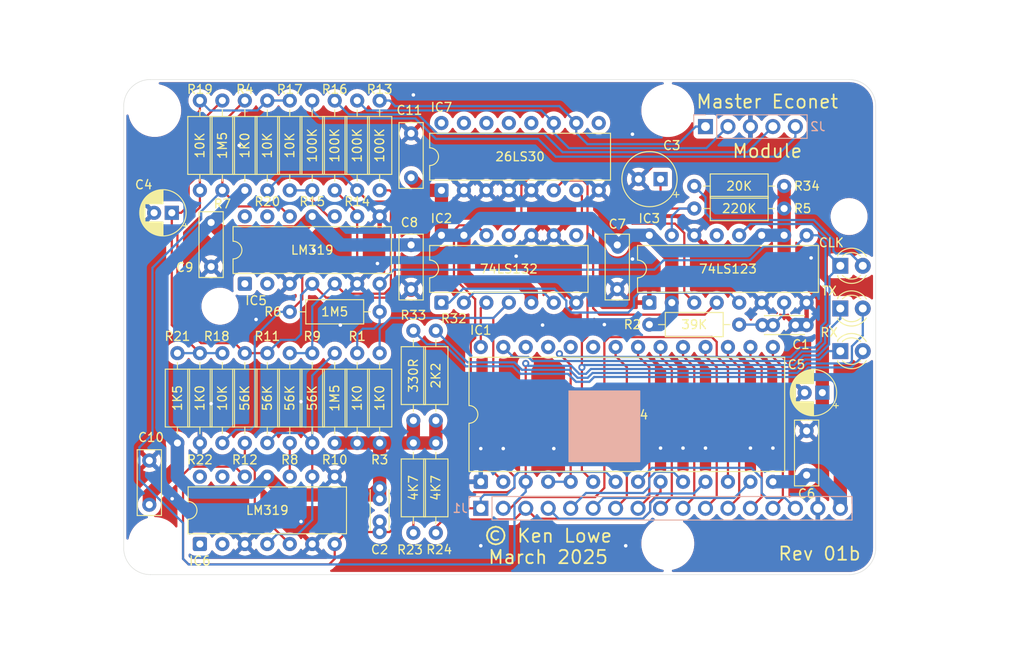
<source format=kicad_pcb>
(kicad_pcb (version 20241229) (generator "pcbnew") (generator_version "9.0")
  (title_block (title "Econet Module") (date "2025-03-17") (rev "01b") (company "Ken Lowe") (comment 1 "Rev 01: Initial Release") (comment 2 "Rev 01a: Correction to silkscreen") (comment 3 "Rev 01b: Added data activity and clock LEDs"))
  (layers (0 "F.Cu" signal) (2 "B.Cu" signal) (13 "F.Paste" user) (15 "B.Paste" user) (5 "F.SilkS" user "F.Silkscreen") (7 "B.SilkS" user "B.Silkscreen") (1 "F.Mask" user) (3 "B.Mask" user) (25 "Edge.Cuts" user))
  (net 0 "")
  (net 1 "GND")
  (net 2 "/Data-")
  (net 3 "/Data+")
  (net 4 "+5V")
  (net 5 "/Econet_ADLC")
  (net 6 "/Econet_Clock")
  (net 7 "Net-(IC2-Pad2)")
  (net 8 "/Econet_D0")
  (net 9 "/Econet_D1")
  (net 10 "/Econet_D2")
  (net 11 "/Econet_D3")
  (net 12 "/Econet_D4")
  (net 13 "/Econet_D5")
  (net 14 "/Econet_D6")
  (net 15 "/Econet_D7")
  (net 16 "/Econet_A0")
  (net 17 "/Econet_A1")
  (net 18 "/Econet_RnW")
  (net 19 "/Econet_nRST")
  (net 20 "/Econet_IRQ")
  (net 21 "/Clk-")
  (net 22 "/Clk+")
  (net 25 "Net-(IC1-~{RTS})")
  (net 26 "Net-(C2-Pad2)")
  (net 27 "Net-(IC1-Rx_CLK)")
  (net 28 "Net-(IC1-~{CTS})")
  (net 31 "Net-(IC3A-Clr)")
  (net 32 "Net-(IC3B-Q)")
  (net 34 "Net-(IC3A-~{Q})")
  (net 36 "Net-(IC5B--)")
  (net 37 "Net-(IC5B-+)")
  (net 38 "Net-(IC5A--)")
  (net 43 "Net-(IC5A-+)")
  (net 45 "Net-(C4-Pad1)")
  (net 47 "Net-(IC6A--)")
  (net 49 "Net-(IC6A-+)")
  (net 51 "Net-(IC6B--)")
  (net 58 "Net-(IC3B-RCext)")
  (net 59 "/Tx_Data")
  (net 60 "/Rx_Data")
  (net 61 "/Econet_Clk")
  (net 62 "Net-(LED1-A)")
  (net 63 "Net-(LED2-A)")
  (net 64 "Net-(LED3-A)")
  (net 65 "Net-(IC3A-RCext)")
  (footprint "Resistor_THT:R_Axial_DIN0207_L6.3mm_D2.5mm_P10.16mm_Horizontal" (layer "F.Cu") (at 125.675 121.355 90)
    (property "Reference" "R1")
    (property "Value" "1K0")
  )
  (footprint "Resistor_THT:R_Axial_DIN0207_L6.3mm_D2.5mm_P10.16mm_Horizontal" (layer "F.Cu") (at 158.695 107.965)
    (property "Reference" "R2")
    (property "Value" "39K")
  )
  (footprint "Resistor_THT:R_Axial_DIN0207_L6.3mm_D2.5mm_P10.16mm_Horizontal" (layer "F.Cu") (at 112.975 92.78 90)
    (property "Reference" "R4")
    (property "Value" "1K0")
  )
  (footprint "Resistor_THT:R_Axial_DIN0207_L6.3mm_D2.5mm_P10.16mm_Horizontal" (layer "F.Cu") (at 118.055 111.195 -90)
    (property "Reference" "R8")
    (property "Value" "56K")
  )
  (footprint "Resistor_THT:R_Axial_DIN0207_L6.3mm_D2.5mm_P10.16mm_Horizontal" (layer "F.Cu") (at 120.595 111.195 -90)
    (property "Reference" "R9")
    (property "Value" "56K")
  )
  (footprint "Resistor_THT:R_Axial_DIN0207_L6.3mm_D2.5mm_P10.16mm_Horizontal" (layer "F.Cu") (at 123.135 111.195 -90)
    (property "Reference" "R10")
    (property "Value" "1M5")
  )
  (footprint "Resistor_THT:R_Axial_DIN0207_L6.3mm_D2.5mm_P10.16mm_Horizontal" (layer "F.Cu") (at 115.515 111.195 -90)
    (property "Reference" "R11")
    (property "Value" "56K")
  )
  (footprint "Resistor_THT:R_Axial_DIN0207_L6.3mm_D2.5mm_P10.16mm_Horizontal" (layer "F.Cu") (at 112.975 111.195 -90)
    (property "Reference" "R12")
    (property "Value" "56K")
  )
  (footprint "Resistor_THT:R_Axial_DIN0207_L6.3mm_D2.5mm_P10.16mm_Horizontal" (layer "F.Cu") (at 128.215 82.62 -90)
    (property "Reference" "R13")
    (property "Value" "100K")
  )
  (footprint "Resistor_THT:R_Axial_DIN0207_L6.3mm_D2.5mm_P10.16mm_Horizontal" (layer "F.Cu") (at 125.675 82.62 -90)
    (property "Reference" "R14")
    (property "Value" "100K")
  )
  (footprint "Resistor_THT:R_Axial_DIN0207_L6.3mm_D2.5mm_P10.16mm_Horizontal" (layer "F.Cu") (at 120.595 82.62 -90)
    (property "Reference" "R15")
    (property "Value" "100K")
  )
  (footprint "Resistor_THT:R_Axial_DIN0207_L6.3mm_D2.5mm_P10.16mm_Horizontal" (layer "F.Cu") (at 123.135 82.62 -90)
    (property "Reference" "R16")
    (property "Value" "100K")
  )
  (footprint "Resistor_THT:R_Axial_DIN0207_L6.3mm_D2.5mm_P10.16mm_Horizontal" (layer "F.Cu") (at 118.055 82.62 -90)
    (property "Reference" "R17")
    (property "Value" "10K")
  )
  (footprint "Resistor_THT:R_Axial_DIN0207_L6.3mm_D2.5mm_P10.16mm_Horizontal" (layer "F.Cu") (at 110.435 111.195 -90)
    (property "Reference" "R18")
    (property "Value" "10K")
  )
  (footprint "Resistor_THT:R_Axial_DIN0207_L6.3mm_D2.5mm_P10.16mm_Horizontal" (layer "F.Cu") (at 115.515 82.62 -90)
    (property "Reference" "R20")
    (property "Value" "10K")
  )
  (footprint "Resistor_THT:R_Axial_DIN0207_L6.3mm_D2.5mm_P10.16mm_Horizontal" (layer "F.Cu") (at 107.895 111.195 -90)
    (property "Reference" "R22")
    (property "Value" "1K0")
  )
  (footprint "Capacitor_THT:C_Rect_L7.2mm_W2.5mm_P5.00mm_FKS2_FKP2_MKS2_MKP2" (layer "F.Cu") (at 176.475 124.99 90)
    (property "Reference" "C6")
    (property "Value" "47nF")
  )
  (footprint "Capacitor_THT:C_Rect_L7.2mm_W2.5mm_P5.00mm_FKS2_FKP2_MKS2_MKP2" (layer "F.Cu") (at 109.165 96.415 -90)
    (property "Reference" "C9")
    (property "Value" "47nF")
  )
  (footprint "Capacitor_THT:C_Rect_L7.2mm_W2.5mm_P5.00mm_FKS2_FKP2_MKS2_MKP2" (layer "F.Cu") (at 131.771 98.955 -90)
    (property "Reference" "C8")
    (property "Value" "47nF")
  )
  (footprint "Capacitor_THT:CP_Radial_D5.0mm_P2.00mm" (layer "F.Cu") (at 104.72 95.32 180)
    (property "Reference" "C4")
    (property "Value" "10uF")
  )
  (footprint "MountingHole:MountingHole_2.7mm" (layer "F.Cu") (at 102.785 83.745)
    (property "Reference" "H1" (hide yes))
    (property "Value" "MountingHole")
  )
  (footprint "Resistor_THT:R_Axial_DIN0207_L6.3mm_D2.5mm_P10.16mm_Horizontal" (layer "F.Cu") (at 105.355 121.355 90)
    (property "Reference" "R21")
    (property "Value" "1K5")
  )
  (footprint "Resistor_THT:R_Axial_DIN0207_L6.3mm_D2.5mm_P10.16mm_Horizontal" (layer "F.Cu") (at 128.215 121.355 90)
    (property "Reference" "R3")
    (property "Value" "1K0")
  )
  (footprint "MountingHole:MountingHole_2.7mm" (layer "F.Cu") (at 102.785 132.745)
    (property "Reference" "H3" (hide yes))
    (property "Value" "MountingHole")
  )
  (footprint "MountingHole:MountingHole_2.7mm" (layer "F.Cu") (at 160.785 132.745)
    (property "Reference" "H4" (hide yes))
    (property "Value" "MountingHole")
  )
  (footprint "MountingHole:MountingHole_4mm" (layer "F.Cu") (at 110.165 105.885)
    (property "Reference" "H5" (hide yes))
    (property "Value" "MountingHole")
  )
  (footprint "MountingHole:MountingHole_4mm" (layer "F.Cu") (at 181.275 95.745)
    (property "Reference" "H6" (hide yes))
    (property "Value" "MountingHole")
  )
  (footprint "MountingHole:MountingHole_2.7mm" (layer "F.Cu") (at 160.785 83.745)
    (property "Reference" "H2" (hide yes))
    (property "Value" "MountingHole")
  )
  (footprint "Capacitor_THT:C_Rect_L7.2mm_W2.5mm_P5.00mm_FKS2_FKP2_MKS2_MKP2" (layer "F.Cu") (at 131.771 91.335 90)
    (property "Reference" "C11")
    (property "Value" "47nF")
  )
  (footprint "Capacitor_THT:C_Rect_L7.2mm_W2.5mm_P5.00mm_FKS2_FKP2_MKS2_MKP2" (layer "F.Cu") (at 102.18 128.34 90)
    (property "Reference" "C10")
    (property "Value" "47nF")
  )
  (footprint "Resistor_THT:R_Axial_DIN0207_L6.3mm_D2.5mm_P10.16mm_Horizontal" (layer "F.Cu") (at 107.895 82.62 -90)
    (property "Reference" "R19")
    (property "Value" "10K")
  )
  (footprint "Resistor_THT:R_Axial_DIN0207_L6.3mm_D2.5mm_P10.16mm_Horizontal" (layer "F.Cu") (at 110.435 82.62 -90)
    (property "Reference" "R7")
    (property "Value" "1M5")
  )
  (footprint "Package_DIP:DIP-28_W15.24mm" (layer "F.Cu") (at 139.645 125.745 90)
    (property "Reference" "IC1")
    (property "Value" "68B54")
  )
  (footprint "Package_DIP:DIP-14_W7.62mm" (layer "F.Cu") (at 112.975 103.345 90)
    (property "Reference" "IC5")
    (property "Value" "LM319")
  )
  (footprint "Package_DIP:DIP-14_W7.62mm" (layer "F.Cu") (at 107.895 132.785 90)
    (property "Reference" "IC6")
    (property "Value" "LM319")
  )
  (footprint "Resistor_THT:R_Axial_DIN0207_L6.3mm_D2.5mm_P10.16mm_Horizontal" (layer "F.Cu") (at 134.565 121.355 -90)
    (property "Reference" "R24")
    (property "Value" "4K7")
  )
  (footprint "Resistor_THT:R_Axial_DIN0207_L6.3mm_D2.5mm_P10.16mm_Horizontal" (layer "F.Cu") (at 132.025 121.355 -90)
    (property "Reference" "R23")
    (property "Value" "4K7")
  )
  (footprint "Package_DIP:DIP-14_W7.62mm" (layer "F.Cu") (at 135.2 105.48 90)
    (property "Reference" "IC2")
    (property "Value" "74LS132")
  )
  (footprint "Capacitor_THT:C_Rect_L7.2mm_W2.5mm_P5.00mm_FKS2_FKP2_MKS2_MKP2" (layer "F.Cu") (at 155.075 98.955 -90)
    (property "Reference" "C7")
    (property "Value" "47nF")
  )
  (footprint "Capacitor_THT:CP_Radial_D5.0mm_P2.00mm" (layer "F.Cu") (at 178.253 115.664 180)
    (property "Reference" "C5")
    (property "Value" "100uF")
  )
  (footprint "Resistor_THT:R_Axial_DIN0207_L6.3mm_D2.5mm_P10.16mm_Horizontal" (layer "F.Cu") (at 163.775 94.836)
    (property "Reference" "R5")
    (property "Value" "220K")
  )
  (footprint "Package_DIP:DIP-16_W7.62mm" (layer "F.Cu") (at 158.695 105.48 90)
    (property "Reference" "IC3")
    (property "Value" "74LS123")
  )
  (footprint "EconetClockV1:C_Disc_D4.3mm_W1.9mm_P5.00mm" (layer "F.Cu") (at 176.475 108.02 180)
    (property "Reference" "C1")
    (property "Value" "2n2")
  )
  (footprint "EconetClockV1:C_Disc_D4.3mm_W1.9mm_P5.00mm" (layer "F.Cu") (at 128.215 126.435 -90)
    (property "Reference" "C2")
    (property "Value" "10nF")
  )
  (footprint "Resistor_THT:R_Axial_DIN0207_L6.3mm_D2.5mm_P10.16mm_Horizontal" (layer "F.Cu") (at 118.055 106.52)
    (property "Reference" "R6")
    (property "Value" "1M5")
  )
  (footprint "Capacitor_THT:CP_Radial_Tantal_D6.0mm_P2.50mm" (layer "F.Cu") (at 159.965 91.51 180)
    (property "Reference" "C3")
    (property "Value" "47uF")
  )
  (footprint "Resistor_THT:R_Axial_DIN0207_L6.3mm_D2.5mm_P10.16mm_Horizontal" (layer "F.Cu") (at 132.025 118.815 90)
    (property "Reference" "R33")
    (property "Value" "330R")
  )
  (footprint "LED_THT:LED_D3.0mm" (layer "F.Cu") (at 180.285 101.313)
    (property "Reference" "LED3" (hide yes))
    (property "Value" "Blue")
  )
  (footprint "Resistor_THT:R_Axial_DIN0207_L6.3mm_D2.5mm_P10.16mm_Horizontal" (layer "F.Cu") (at 173.935 92.296 180)
    (property "Reference" "R34")
    (property "Value" "20K")
  )
  (footprint "LED_THT:LED_D3.0mm" (layer "F.Cu") (at 180.285 110.965)
    (property "Reference" "LED2" (hide yes))
    (property "Value" "Green")
  )
  (footprint "Resistor_THT:R_Axial_DIN0207_L6.3mm_D2.5mm_P10.16mm_Horizontal" (layer "F.Cu") (at 134.565 118.815 90)
    (property "Reference" "R32")
    (property "Value" "2K2")
  )
  (footprint "LED_THT:LED_D3.0mm" (layer "F.Cu") (at 180.285 106.139)
    (property "Reference" "LED1" (hide yes))
    (property "Value" "Red")
  )
  (footprint "Package_DIP:DIP-16_W7.62mm" (layer "F.Cu") (at 135.2 92.78 90)
    (property "Reference" "IC7")
    (property "Value" "26LS30")
  )
  (footprint "Connector_PinHeader_2.54mm:PinHeader_1x05_P2.54mm_Vertical" (layer "B.Cu") (at 165.045 85.565 -90)
    (property "Reference" "J2")
    (property "Value" "Conn_01x05")
  )
  (footprint "Connector_PinHeader_2.54mm:PinHeader_1x17_P2.54mm_Vertical" (layer "B.Cu") (at 139.645 128.745 -90)
    (property "Reference" "J1")
    (property "Value" "Conn_01x17")
  )
  (gr_rect (start 149.615 115.474) (end 157.615 123.474) (stroke (width 0.12)) (fill yes) (layer "B.SilkS"))
  (gr_line (start 99.285 133.245) (end 99.285 83.245) (stroke (width 0.05)) (layer "Edge.Cuts"))
  (gr_arc (start 184.285 133.245) (mid 183.40632 135.36632) (end 181.285 136.245) (stroke (width 0.05)) (layer "Edge.Cuts"))
  (gr_arc (start 102.285 136.245) (mid 100.16368 135.36632) (end 99.285 133.245) (stroke (width 0.05)) (layer "Edge.Cuts"))
  (gr_arc (start 99.285 83.245) (mid 100.16368 81.12368) (end 102.285 80.245) (stroke (width 0.05)) (layer "Edge.Cuts"))
  (gr_line (start 102.285 80.245) (end 181.285 80.245) (stroke (width 0.05)) (layer "Edge.Cuts"))
  (gr_arc (start 181.285 80.245) (mid 183.40632 81.12368) (end 184.285 83.245) (stroke (width 0.05)) (layer "Edge.Cuts"))
  (gr_line (start 184.285 83.245) (end 184.285 133.245) (stroke (width 0.05)) (layer "Edge.Cuts"))
  (gr_line (start 102.285 136.245) (end 181.285 136.245) (stroke (width 0.05)) (layer "Edge.Cuts"))
  (gr_text "Master Econet" (at 172.03 82.745 0) (layer "F.SilkS") (effects (font (size 1.5 1.5) (thickness 0.2))))
  (gr_text "© Ken Lowe\nMarch 2025" (at 147.265 133.063 0) (layer "F.SilkS") (effects (font (size 1.5 1.5) (thickness 0.2))))
  (gr_text "Rev 01b" (at 177.935 133.88 0) (layer "F.SilkS") (effects (font (size 1.5 1.5) (thickness 0.2))))
  (gr_text "Module" (at 172.03 88.335 0) (layer "F.SilkS") (effects (font (size 1.5 1.5) (thickness 0.2))))
  (gr_text "TX" (at 179.015 104.742 0) (layer "F.SilkS") (effects (font (size 1 1)) (justify bottom)))
  (gr_text "CLK" (at 179.269 99.281 0) (layer "F.SilkS") (effects (font (size 1 1)) (justify bottom)))
  (gr_text "RX" (at 179.015 109.441 0) (layer "F.SilkS") (effects (font (size 1 1)) (justify bottom)))
  (segment (start 125.675 103.345) (end 127.965 101.055) (width 0.5) (layer "F.Cu") (net 1))
  (segment (start 167.331 94.304) (end 167.331 88.994) (width 0.5) (layer "F.Cu") (net 1))
  (segment (start 136.851 114.775) (end 135.581 113.505) (width 0.5) (layer "F.Cu") (net 1))
  (segment (start 149.424 99.384) (end 147.9 97.86) (width 0.5) (layer "F.Cu") (net 1))
  (segment (start 173.149 103.726) (end 174.721 103.726) (width 0.5) (layer "F.Cu") (net 1))
  (segment (start 163.775 97.86) (end 167.331 94.304) (width 0.5) (layer "F.Cu") (net 1))
  (segment (start 135.327 90.367) (end 137.74 92.78) (width 0.5) (layer "F.Cu") (net 1))
  (segment (start 149.424 104.464) (end 149.424 99.384) (width 0.5) (layer "F.Cu") (net 1))
  (segment (start 131.263 113.505) (end 130.247 112.489) (width 0.5) (layer "F.Cu") (net 1))
  (segment (start 167.331 88.994) (end 167.331 88.97) (width 0.5) (layer "F.Cu") (net 1))
  (segment (start 128.215 95.725) (end 128.215 100.805) (width 0.5) (layer "F.Cu") (net 1))
  (segment (start 170.125 85.565) (end 170.125 88.232) (width 0.5) (layer "F.Cu") (net 1))
  (segment (start 101.291 122.451) (end 102.18 123.34) (width 0.5) (layer "F.Cu") (net 1))
  (segment (start 137.661 125.745) (end 136.851 124.935) (width 0.5) (layer "F.Cu") (net 1))
  (segment (start 175.078 114.489) (end 176.253 115.664) (width 0.5) (layer "F.Cu") (net 1))
  (segment (start 174.951 116.966) (end 176.253 115.664) (width 0.5) (layer "F.Cu") (net 1))
  (segment (start 146.63 96.59) (end 147.9 97.86) (width 0.5) (layer "F.Cu") (net 1))
  (segment (start 130.247 105.479) (end 131.771 103.955) (width 0.5) (layer "F.Cu") (net 1))
  (segment (start 107.895 119.982) (end 107.387 119.474) (width 0.5) (layer "F.Cu") (net 1))
  (segment (start 175.078 110.33) (end 175.078 114.489) (width 0.5) (layer "F.Cu") (net 1))
  (segment (start 167.331 88.97) (end 169.387 88.97) (width 0.5) (layer "F.Cu") (net 1))
  (segment (start 128.215 100.805) (end 127.965 101.055) (width 0.5) (layer "F.Cu") (net 1))
  (segment (start 174.721 103.726) (end 176.475 105.48) (width 0.5) (layer "F.Cu") (net 1))
  (segment (start 177.745 128.745) (end 177.745 126.84) (width 0.5) (layer "F.Cu") (net 1))
  (segment (start 135.327 89.891) (end 135.327 90.367) (width 0.5) (layer "F.Cu") (net 1))
  (segment (start 146.63 94.05) (end 146.63 96.59) (width 0.5) (layer "F.Cu") (net 1))
  (segment (start 101.291 96.749) (end 101.291 119.474) (width 0.5) (layer "F.Cu") (net 1))
  (segment (start 145.36 97.86) (end 146.63 96.59) (width 0.5) (layer "F.Cu") (net 1))
  (segment (start 102.22 123.3) (end 102.18 123.34) (width 1.5) (layer "F.Cu") (net 1))
  (segment (start 160.005 88.97) (end 167.077 88.97) (width 0.5) (layer "F.Cu") (net 1))
  (segment (start 153.996 95.344) (end 153.996 93.796) (width 0.5) (layer "F.Cu") (net 1))
  (segment (start 156.6 105.48) (end 155.075 103.955) (width 0.5) (layer "F.Cu") (net 1))
  (segment (start 174.316 109.568) (end 175.078 110.33) (width 0.5) (layer "F.Cu") (net 1))
  (segment (start 145.36 92.78) (end 146.63 94.05) (width 0.5) (layer "F.Cu") (net 1))
  (segment (start 174.951 118.466) (end 174.951 116.966) (width 0.5) (layer "F.Cu") (net 1))
  (segment (start 131.771 104.080694) (end 131.771 103.955) (width 1.5) (layer "F.Cu") (net 1))
  (segment (start 176.475 105.48) (end 176.475 108.02) (width 0.5) (layer "F.Cu") (net 1))
  (segment (start 156.79 98.138) (end 153.996 95.344) (width 0.5) (layer "F.Cu") (net 1))
  (segment (start 156.79 102.24) (end 156.79 100.551) (width 0.5) (layer "F.Cu") (net 1))
  (segment (start 107.387 119.474) (end 101.291 119.474) (width 0.5) (layer "F.Cu") (net 1))
  (segment (start 175.205 108.02) (end 174.316 108.909) (width 0.5) (layer "F.Cu") (net 1))
  (segment (start 156.028 132.984) (end 139.645 132.984) (width 0.5) (layer "F.Cu") (net 1))
  (segment (start 156.79 100.551) (end 156.79 98.138) (width 0.5) (layer "F.Cu") (net 1))
  (segment (start 178.126 121.641) (end 176.475 119.99) (width 0.5) (layer "F.Cu") (net 1))
  (segment (start 157.465 91.51) (end 160.005 88.97) (width 0.5) (layer "F.Cu") (net 1))
  (segment (start 155.075 103.955) (end 156.79 102.24) (width 0.5) (layer "F.Cu") (net 1))
  (segment (start 153.996 93.796) (end 152.98 92.78) (width 0.5) (layer "F.Cu") (net 1))
  (segment (start 130.247 112.489) (end 130.247 105.479) (width 0.5) (layer "F.Cu") (net 1))
  (segment (start 169.387 88.97) (end 170.125 88.232) (width 0.5) (layer "F.Cu") (net 1))
  (segment (start 176.475 119.99) (end 174.951 118.466) (width 0.5) (layer "F.Cu") (net 1))
  (segment (start 102.72 95.32) (end 101.291 96.749) (width 0.5) (layer "F.Cu") (net 1))
  (segment (start 139.645 125.745) (end 137.661 125.745) (width 0.5) (layer "F.Cu") (net 1))
  (segment (start 171.395 105.48) (end 173.149 103.726) (width 0.5) (layer "F.Cu") (net 1))
  (segment (start 177.745 126.84) (end 178.126 126.459) (width 0.5) (layer "F.Cu") (net 1))
  (segment (start 131.771 86.335) (end 135.327 89.891) (width 0.5) (layer "F.Cu") (net 1))
  (segment (start 158.695 105.48) (end 156.6 105.48) (width 0.5) (layer "F.Cu") (net 1))
  (segment (start 174.316 108.909) (end 174.316 109.568) (width 0.5) (layer "F.Cu") (net 1))
  (segment (start 167.077 88.97) (end 167.331 88.97) (width 0.5) (layer "F.Cu") (net 1))
  (segment (start 101.291 119.474) (end 101.291 122.451) (width 0.5) (layer "F.Cu") (net 1))
  (segment (start 178.126 126.459) (end 178.126 121.641) (width 0.5) (layer "F.Cu") (net 1))
  (segment (start 150.44 105.48) (end 149.424 104.464) (width 0.5) (layer "F.Cu") (net 1))
  (segment (start 107.895 121.355) (end 107.895 119.982) (width 0.5) (layer "F.Cu") (net 1))
  (segment (start 136.851 124.935) (end 136.851 114.775) (width 0.5) (layer "F.Cu") (net 1))
  (segment (start 135.581 113.505) (end 131.263 113.505) (width 0.5) (layer "F.Cu") (net 1))
  (via (at 170.125 121.935) (size 0.8) (drill 0.4) (layers "F.Cu" "B.Cu") (net 1))
  (via (at 143.645 100.225) (size 0.8) (drill 0.4) (layers "F.Cu" "B.Cu") (net 1))
  (via (at 172.665 121.935) (size 0.8) (drill 0.4) (layers "F.Cu" "B.Cu") (net 1))
  (via (at 104.76291 127.66209) (size 0.8) (drill 0.4) (layers "F.Cu" "B.Cu") (net 1))
  (via (at 127.965 101.055) (size 0.8) (drill 0.4) (layers "F.Cu" "B.Cu") (net 1))
  (via (at 176.983 100.424) (size 0.8) (drill 0.4) (layers "F.Cu" "B.Cu") (net 1))
  (via (at 156.028 132.984) (size 0.8) (drill 0.4) (layers "F.Cu" "B.Cu") (net 1))
  (via (at 119.325 116.68) (size 0.8) (drill 0.4) (layers "F.Cu" "B.Cu") (net 1))
  (via (at 114.245 107.385) (size 0.8) (drill 0.4) (layers "F.Cu" "B.Cu") (net 1))
  (via (at 139.645 121.99) (size 0.8) (drill 0.4) (layers "F.Cu" "B.Cu") (net 1))
  (via (at 159.965 121.935) (size 0.8) (drill 0.4) (layers "F.Cu" "B.Cu") (net 1))
  (via (at 132.025 81.985) (size 0.8) (drill 0.4) (layers "F.Cu" "B.Cu") (net 1))
  (via (at 109.165 116.91) (size 0.8) (drill 0.4) (layers "F.Cu" "B.Cu") (net 1))
  (via (at 156.79 100.551) (size 0.8) (drill 0.4) (layers "F.Cu" "B.Cu") (net 1))
  (via (at 123.77 108.02) (size 0.8) (drill 0.4) (layers "F.Cu" "B.Cu") (net 1))
  (via (at 119.325 130.245) (size 0.8) (drill 0.4) (layers "F.Cu" "B.Cu") (net 1))
  (via (at 153.615 107.965) (size 0.8) (drill 0.4) (layers "F.Cu" "B.Cu") (net 1))
  (via (at 156.79 86.43) (size 0.8) (drill 0.4) (layers "F.Cu" "B.Cu") (net 1))
  (via (at 139.645 132.984) (size 0.8) (drill 0.4) (layers "F.Cu" "B.Cu") (net 1))
  (via (at 142.185 121.99) (size 0.8) (drill 0.4) (layers "F.Cu" "B.Cu") (net 1))
  (via (at 112.34 87.7) (size 0.8) (drill 0.4) (layers "F.Cu" "B.Cu") (net 1))
  (via (at 165.045 121.935) (size 0.8) (drill 0.4) (layers "F.Cu" "B.Cu") (net 1))
  (via (at 146.63 108.02) (size 0.8) (drill 0.4) (layers "F.Cu" "B.Cu") (net 1))
  (via (at 120.785 99.59) (size 0.8) (drill 0.4) (layers "F.Cu" "B.Cu") (net 1))
  (via (at 162.505 121.935) (size 0.8) (drill 0.4) (layers "F.Cu" "B.Cu") (net 1))
  (via (at 147.9 121.99) (size 0.8) (drill 0.4) (layers "F.Cu" "B.Cu") (net 1))
  (segment (start 138.0575 125.8875) (end 136.6605 125.8875) (width 0.5) (layer "B.Cu") (net 1))
  (segment (start 151.964 102.837) (end 153.957 102.837) (width 0.5) (layer "B.Cu") (net 1))
  (segment (start 139.645 90.899) (end 143.479 90.899) (width 0.5) (layer "B.Cu") (net 1))
  (segment (start 155.075 103.955) (end 156.1105 102.9195) (width 0.5) (layer "B.Cu") (net 1))
  (segment (start 121.254 123.284) (end 108.276 123.284) (width 0.5) (layer "B.Cu") (net 1))
  (segment (start 154.2305 103.1105) (end 155.075 103.955) (width 0.5) (layer "B.Cu") (net 1))
  (segment (start 137.764 92.78) (end 139.01 91.534) (width 0.5) (layer "B.Cu") (net 1))
  (segment (start 150.44 105.48) (end 153.083 102.837) (width 0.5) (layer "B.Cu") (net 1))
  (segment (start 136.6605 125.8875) (end 134.565 123.792) (width 0.5) (layer "B.Cu") (net 1))
  (segment (start 156.219 90.264) (end 155.496 90.264) (width 0.5) (layer "B.Cu") (net 1))
  (segment (start 107.895 122.903) (end 107.895 121.355) (width 0.5) (layer "B.Cu") (net 1))
  (segment (start 138.2 125.745) (end 138.0575 125.8875) (width 0.5) (layer "B.Cu") (net 1))
  (segment (start 114.753 100.043) (end 118.055 103.345) (width 0.5) (layer "B.Cu") (net 1))
  (segment (start 144.0145 91.5855) (end 144.1655 91.5855) (width 0.5) (layer "B.Cu") (net 1))
  (segment (start 138.55 132.984) (end 139.645 132.984) (width 0.5) (layer "B.Cu") (net 1))
  (segment (start 140.28 92.78) (end 139.034 91.534) (width 0.5) (layer "B.Cu") (net 1))
  (segment (start 137.359 126.586) (end 137.359 131.793) (width 0.5) (layer "B.Cu") (net 1))
  (segment (start 123.135 125.165) (end 121.254 123.284) (width 0.5) (layer "B.Cu") (net 1))
  (segment (start 139.645 125.745) (end 138.2 125.745) (width 0.5) (layer "B.Cu") (net 1))
  (segment (start 103.45 124.61) (end 103.45 126.34918) (width 0.5) (layer "B.Cu") (net 1))
  (segment (start 137.74 92.78) (end 137.764 92.78) (width 0.5) (layer "B.Cu") (net 1))
  (segment (start 139.034 91.534) (end 139.01 91.534) (width 0.5) (layer "B.Cu") (net 1))
  (segment (start 143.479 90.899) (end 144.1655 91.5855) (width 0.5) (layer "B.Cu") (net 1))
  (segment (start 134.565 123.792) (end 124.508 123.792) (width 0.5) (layer "B.Cu") (net 1))
  (segment (start 119.833 101.567) (end 118.055 103.345) (width 0.5) (layer "B.Cu") (net 1))
  (segment (start 109.316 129.126) (end 106.22682 129.126) (width 0.5) (layer "B.Cu") (net 1))
  (segment (start 146.527 99.027) (end 146.757 99.027) (width 0.5) (layer "B.Cu") (net 1))
  (segment (start 103.45 126.34918) (end 104.76291 127.66209) (width 0.5) (layer "B.Cu") (net 1))
  (segment (start 176.475 107.965) (end 175.205 107.965) (width 1.5) (layer "B.Cu") (net 1))
  (segment (start 123.897 101.567) (end 119.833 101.567) (width 0.5) (layer "B.Cu") (net 1))
  (segment (start 146.757 99.003) (end 147.9 97.86) (width 0.5) (layer "B.Cu") (net 1))
  (segment (start 112.975 132.785) (end 109.316 129.126) (width 0.5) (layer "B.Cu") (net 1))
  (segment (start 131.771 103.955) (end 132.889 102.837) (width 0.5) (layer "B.Cu") (net 1))
  (segment (start 132.889 102.837) (end 151.964 102.837) (width 0.5) (layer "B.Cu") (net 1))
  (segment (start 106.22682 129.126) (end 104.76291 127.66209) (width 0.5) (layer "B.Cu") (net 1))
  (segment (start 137.359 131.793) (end 138.55 132.984) (width 0.5) (layer "B.Cu") (net 1))
  (segment (start 142.82 92.78) (end 144.0145 91.5855) (width 0.5) (layer "B.Cu") (net 1))
  (segment (start 145.36 97.86) (end 146.527 99.027) (width 0.5) (layer "B.Cu") (net 1))
  (segment (start 128.215 95.725) (end 129.612 94.328) (width 0.5) (layer "B.Cu") (net 1))
  (segment (start 108.276 123.284) (end 107.895 122.903) (width 0.5) (layer "B.Cu") (net 1))
  (segment (start 125.675 103.345) (end 123.897 101.567) (width 0.5) (layer "B.Cu") (net 1))
  (segment (start 102.18 123.34) (end 103.45 124.61) (width 0.5) (layer "B.Cu") (net 1))
  (segment (start 129.612 94.328) (end 136.192 94.328) (width 0.5) (layer "B.Cu") (net 1))
  (segment (start 124.508 123.792) (end 123.135 125.165) (width 0.5) (layer "B.Cu") (net 1))
  (segment (start 138.2 125.745) (end 137.359 126.586) (width 0.5) (layer "B.Cu") (net 1))
  (segment (start 110.537 100.043) (end 114.753 100.043) (width 0.5) (layer "B.Cu") (net 1))
  (segment (start 109.165 101.415) (end 110.537 100.043) (width 0.5) (layer "B.Cu") (net 1))
  (segment (start 120.595 132.785) (end 124.151 129.229) (width 0.5) (layer "B.Cu") (net 1))
  (segment (start 146.757 99.027) (end 146.757 99.003) (width 0.5) (layer "B.Cu") (net 1))
  (segment (start 151.964 102.837) (end 152.829 102.837) (width 0.5) (layer "B.Cu") (net 1))
  (segment (start 124.151 129.229) (end 124.151 126.181) (width 0.5) (layer "B.Cu") (net 1))
  (segment (start 124.151 126.181) (end 123.135 125.165) (width 0.5) (layer "B.Cu") (net 1))
  (segment (start 153.957 102.837) (end 154.2305 103.1105) (width 0.5) (layer "B.Cu") (net 1))
  (segment (start 156.1105 102.9195) (end 168.8345 102.9195) (width 0.5) (layer "B.Cu") (net 1))
  (segment (start 168.8345 102.9195) (end 171.395 105.48) (width 0.5) (layer "B.Cu") (net 1))
  (segment (start 157.465 91.51) (end 156.219 90.264) (width 0.5) (layer "B.Cu") (net 1))
  (segment (start 136.192 94.328) (end 137.74 92.78) (width 0.5) (layer "B.Cu") (net 1))
  (segment (start 155.496 90.264) (end 152.98 92.78) (width 0.5) (layer "B.Cu") (net 1))
  (segment (start 154.084 102.964) (end 154.2305 103.1105) (width 0.5) (layer "B.Cu") (net 1))
  (segment (start 144.1655 91.5855) (end 145.36 92.78) (width 0.5) (layer "B.Cu") (net 1))
  (segment (start 139.01 91.534) (end 139.645 90.899) (width 0.5) (layer "B.Cu") (net 1))
  (segment (start 153.083 102.837) (end 153.957 102.837) (width 0.5) (layer "B.Cu") (net 1))
  (segment (start 147.9 86.29137) (end 149.61364 88.00501) (width 0.25) (layer "B.Cu") (net 2))
  (segment (start 126.800001 83.745001) (end 146.485001 83.745001) (width 0.25) (layer "B.Cu") (net 2))
  (segment (start 149.61364 88.00501) (end 165.14499 88.00501) (width 0.25) (layer "B.Cu") (net 2))
  (segment (start 125.675 82.62) (end 126.800001 83.745001) (width 0.25) (layer "B.Cu") (net 2))
  (segment (start 147.9 85.16) (end 147.9 86.29137) (width 0.25) (layer "B.Cu") (net 2))
  (segment (start 165.14499 88.00501) (end 167.585 85.565) (width 0.25) (layer "B.Cu") (net 2))
  (segment (start 146.485001 83.745001) (end 147.9 85.16) (width 0.25) (layer "B.Cu") (net 2))
  (segment (start 129.98137 83.255) (end 148.535 83.255) (width 0.25) (layer "B.Cu") (net 3))
  (segment (start 163.945 85.565) (end 161.955 87.555) (width 0.25) (layer "B.Cu") (net 3))
  (segment (start 148.535 83.255) (end 150.44 85.16) (width 0.25) (layer "B.Cu") (net 3))
  (segment (start 151.70363 87.555) (end 150.44 86.29137) (width 0.25) (layer "B.Cu") (net 3))
  (segment (start 128.215 82.62) (end 129.34637 82.62) (width 0.25) (layer "B.Cu") (net 3))
  (segment (start 161.955 87.555) (end 151.70363 87.555) (width 0.25) (layer "B.Cu") (net 3))
  (segment (start 150.44 86.29137) (end 150.44 85.16) (width 0.25) (layer "B.Cu") (net 3))
  (segment (start 165.045 85.565) (end 163.945 85.565) (width 0.25) (layer "B.Cu") (net 3))
  (segment (start 129.34637 82.62) (end 129.98137 83.255) (width 0.25) (layer "B.Cu") (net 3))
  (segment (start 173.935 94.836) (end 173.935 92.296) (width 1.5) (layer "F.Cu") (net 4))
  (segment (start 134.565 118.815) (end 134.565 121.355) (width 1.5) (layer "F.Cu") (net 4))
  (segment (start 178.253 104.781712) (end 173.935 100.463712) (width 1.5) (layer "F.Cu") (net 4))
  (segment (start 145.36 105.48) (end 145.36 104.34863) (width 1.5) (layer "F.Cu") (net 4))
  (segment (start 109.165 96.415) (end 110.225001 97.475001) (width 1.5) (layer "F.Cu") (net 4))
  (segment (start 128.215 121.355) (end 132.025 121.355) (width 1.5) (layer "F.Cu") (net 4))
  (segment (start 125.675 121.355) (end 128.215 121.355) (width 1.5) (layer "F.Cu") (net 4))
  (segment (start 110.225001 97.475001) (end 118.844999 97.475001) (width 1.5) (layer "F.Cu") (net 4))
  (segment (start 178.253 115.664) (end 178.253 104.781712) (width 1.5) (layer "F.Cu") (net 4))
  (segment (start 128.215 126.435) (end 128.215 127.705) (width 1.5) (layer "F.Cu") (net 4))
  (segment (start 145.36 104.34863) (end 144.14636 103.13499) (width 1.5) (layer "F.Cu") (net 4))
  (segment (start 127.415001 127.234999) (end 128.215 126.435) (width 1.5) (layer "F.Cu") (net 4))
  (segment (start 180.285 120.998) (end 180.285 128.745) (width 1.5) (layer "F.Cu") (net 4))
  (segment (start 161.235 105.48) (end 161.235 100.4) (width 1.5) (layer "F.Cu") (net 4))
  (segment (start 173.935 97.86) (end 173.935 94.836) (width 1.5) (layer "F.Cu") (net 4))
  (segment (start 138.56999 103.13499) (end 137.74 102.305) (width 1.5) (layer "F.Cu") (net 4))
  (segment (start 144.14636 103.13499) (end 138.56999 103.13499) (width 1.5) (layer "F.Cu") (net 4))
  (segment (start 117.584999 127.234999) (end 127.415001 127.234999) (width 1.5) (layer "F.Cu") (net 4))
  (segment (start 178.253 118.966) (end 180.285 120.998) (width 1.5) (layer "F.Cu") (net 4))
  (segment (start 132.025 118.815) (end 132.025 121.355) (width 1.5) (layer "F.Cu") (net 4))
  (segment (start 128.215 126.435) (end 128.215 121.355) (width 1.5) (layer "F.Cu") (net 4))
  (segment (start 132.025 121.355) (end 134.565 121.355) (width 1.5) (layer "F.Cu") (net 4))
  (segment (start 115.515 125.165) (end 117.584999 127.234999) (width 1.5) (layer "F.Cu") (net 4))
  (segment (start 102.18 128.34) (end 102.18 127.20863) (width 1.5) (layer "F.Cu") (net 4))
  (segment (start 118.844999 97.475001) (end 120.595 95.725) (width 1.5) (layer "F.Cu") (net 4))
  (segment (start 105.355 124.03363) (end 105.355 121.355) (width 1.5) (layer "F.Cu") (net 4))
  (segment (start 133.096 92.78) (end 131.771 91.455) (width 1.5) (layer "F.Cu") (net 4))
  (segment (start 137.74 102.305) (end 137.74 97.86) (width 1.5) (layer "F.Cu") (net 4))
  (segment (start 161.235 100.4) (end 158.695 97.86) (width 1.5) (layer "F.Cu") (net 4))
  (segment (start 178.253 115.664) (end 178.253 118.966) (width 1.5) (layer "F.Cu") (net 4))
  (segment (start 135.2 92.78) (end 133.096 92.78) (width 1.5) (layer "F.Cu") (net 4))
  (segment (start 102.18 127.20863) (end 105.355 124.03363) (width 1.5) (layer "F.Cu") (net 4))
  (segment (start 135.2 92.78) (end 135.2 97.86) (width 1.5) (layer "F.Cu") (net 4))
  (segment (start 123.135 121.355) (end 125.675 121.355) (width 1.5) (layer "F.Cu") (net 4))
  (segment (start 173.935 100.463712) (end 173.935 97.86) (width 1.5) (layer "F.Cu") (net 4))
  (segment (start 113.764999 126.915001) (end 115.515 125.165) (width 1.5) (layer "B.Cu") (net 4))
  (segment (start 161.235 105.48) (end 161.235 106.61137) (width 1.5) (layer "B.Cu") (net 4))
  (segment (start 103.604999 119.604999) (end 105.355 121.355) (width 1.5) (layer "B.Cu") (net 4))
  (segment (start 176.475 124.99) (end 177.732081 124.99) (width 1.5) (layer "B.Cu") (net 4))
  (segment (start 156.484 97.86) (end 155.139 99.205) (width 1.5) (layer "B.Cu") (net 4))
  (segment (start 180.285 128.745) (end 180.285 127.542919) (width 1.5) (layer "B.Cu") (net 4))
  (segment (start 172.665 125.745) (end 175.72 125.745) (width 1.5) (layer "B.Cu") (net 4))
  (segment (start 169.644999 99.610001) (end 160.445001 99.610001) (width 1.5) (layer "B.Cu") (net 4))
  (segment (start 139.645 95.955) (end 137.74 97.86) (width 1.5) (layer "B.Cu") (net 4))
  (segment (start 131.771 98.955) (end 134.105 98.955) (width 1.5) (layer "B.Cu") (net 4))
  (segment (start 175.72 125.745) (end 176.475 124.99) (width 1.5) (layer "B.Cu") (net 4))
  (segment (start 107.054999 126.915001) (end 113.764999 126.915001) (width 1.5) (layer "B.Cu") (net 4))
  (segment (start 160.445001 99.610001) (end 158.695 97.86) (width 1.5) (layer "B.Cu") (net 4))
  (segment (start 161.235 106.61137) (end 159.88137 107.965) (width 1.5) (layer "B.Cu") (net 4))
  (segment (start 105.355 121.355) (end 105.355 125.215002) (width 1.5) (layer "B.Cu") (net 4))
  (segment (start 158.695 97.86) (end 156.484 97.86) (width 1.5) (layer "B.Cu") (net 4))
  (segment (start 159.88137 107.965) (end 159.82637 107.965) (width 1.5) (layer "B.Cu") (net 4))
  (segment (start 177.732081 124.99) (end 180.285 127.542919) (width 1.5) (layer "B.Cu") (net 4))
  (segment (start 139.645 95.955) (end 152.075 95.955) (width 1.5) (layer "B.Cu") (net 4))
  (segment (start 105.355 125.215002) (end 107.054999 126.915001) (width 1.5) (layer "B.Cu") (net 4))
  (segment (start 103.604999 102.095001) (end 103.604999 119.604999) (width 1.5) (layer "B.Cu") (net 4))
  (segment (start 109.34 96.415) (end 112.975 92.78) (width 1.5) (layer "B.Cu") (net 4))
  (segment (start 120.595 95.725) (end 123.825 98.955) (width 1.5) (layer "B.Cu") (net 4))
  (segment (start 134.105 98.955) (end 135.2 97.86) (width 1.5) (layer "B.Cu") (net 4))
  (segment (start 135.2 97.86) (end 137.74 97.86) (width 1.5) (layer "B.Cu") (net 4))
  (segment (start 171.395 97.86) (end 173.935 97.86) (width 1.5) (layer "B.Cu") (net 4))
  (segment (start 159.82637 107.965) (end 158.695 107.965) (width 1.5) (layer "B.Cu") (net 4))
  (segment (start 123.825 98.955) (end 131.771 98.955) (width 1.5) (layer "B.Cu") (net 4))
  (segment (start 171.395 97.86) (end 169.644999 99.610001) (width 1.5) (layer "B.Cu") (net 4))
  (segment (start 103.604999 102.095001) (end 109.165 96.415) (width 1.5) (layer "B.Cu") (net 4))
  (segment (start 152.075 95.955) (end 155.075 98.955) (width 1.5) (layer "B.Cu") (net 4))
  (segment (start 109.165 96.415) (end 109.34 96.415) (width 1.5) (layer "B.Cu") (net 4))
  (segment (start 144.725 128.745) (end 143.455 130.015) (width 0.25) (layer "F.Cu") (net 5))
  (segment (start 157.989001 129.920001) (end 158.789999 129.119003) (width 0.25) (layer "F.Cu") (net 5))
  (segment (start 144.725 128.745) (end 145.900001 129.920001) (width 0.25) (layer "F.Cu") (net 5))
  (segment (start 158.789999 129.119003) (end 158.789999 128.051371) (width 0.25) (layer "F.Cu") (net 5))
  (segment (start 159.965 126.87637) (end 159.965 125.745) (width 0.25) (layer "F.Cu") (net 5))
  (segment (start 143.455 130.015) (end 135.43 130.015) (width 0.25) (layer "F.Cu") (net 5))
  (segment (start 158.789999 128.051371) (end 159.965 126.87637) (width 0.25) (layer "F.Cu") (net 5))
  (segment (start 145.900001 129.920001) (end 157.989001 129.920001) (width 0.25) (layer "F.Cu") (net 5))
  (segment (start 135.43 130.015) (end 134.565 130.88) (width 0.25) (layer "F.Cu") (net 5))
  (segment (start 168.300001 127.569999) (end 170.125 125.745) (width 0.25) (layer "B.Cu") (net 6))
  (segment (start 158.789999 129.119003) (end 158.789999 128.180999) (width 0.25) (layer "B.Cu") (net 6))
  (segment (start 147.265 128.745) (end 148.440001 129.920001) (width 0.25) (layer "B.Cu") (net 6))
  (segment (start 148.440001 129.920001) (end 157.989001 129.920001) (width 0.25) (layer "B.Cu") (net 6))
  (segment (start 157.989001 129.920001) (end 158.789999 129.119003) (width 0.25) (layer "B.Cu") (net 6))
  (segment (start 159.400999 127.569999) (end 168.300001 127.569999) (width 0.25) (layer "B.Cu") (net 6))
  (segment (start 158.789999 128.180999) (end 159.400999 127.569999) (width 0.25) (layer "B.Cu") (net 6))
  (segment (start 146.774999 104.354999) (end 147.9 105.48) (width 0.25) (layer "B.Cu") (net 7))
  (segment (start 138.865001 104.354999) (end 146.774999 104.354999) (width 0.25) (layer "B.Cu") (net 7))
  (segment (start 137.74 105.48) (end 138.865001 104.354999) (width 0.25) (layer "B.Cu") (net 7))
  (segment (start 154.885 128.745) (end 156.155 127.475) (width 0.25) (layer "F.Cu") (net 8))
  (segment (start 154.885 111.521) (end 154.885 110.505) (width 0.25) (layer "F.Cu") (net 8))
  (segment (start 156.155 112.791) (end 154.885 111.521) (width 0.25) (layer "F.Cu") (net 8))
  (segment (start 156.155 127.475) (end 156.155 112.791) (width 0.25) (layer "F.Cu") (net 8))
  (segment (start 157.425 128.745) (end 158.695 127.475) (width 0.25) (layer "F.Cu") (net 9))
  (segment (start 157.425 111.521) (end 157.425 110.505) (width 0.25) (layer "F.Cu") (net 9))
  (segment (start 158.695 112.791) (end 157.425 111.521) (width 0.25) (layer "F.Cu") (net 9))
  (segment (start 158.695 127.475) (end 158.695 112.791) (width 0.25) (layer "F.Cu") (net 9))
  (segment (start 159.965 111.63637) (end 159.965 110.505) (width 0.25) (layer "F.Cu") (net 10))
  (segment (start 161.235 112.90637) (end 159.965 111.63637) (width 0.25) (layer "F.Cu") (net 10))
  (segment (start 161.235 127.475) (end 161.235 112.90637) (width 0.25) (layer "F.Cu") (net 10))
  (segment (start 159.965 128.745) (end 161.235 127.475) (width 0.25) (layer "F.Cu") (net 10))
  (segment (start 162.505 128.745) (end 163.775 127.475) (width 0.25) (layer "F.Cu") (net 11))
  (segment (start 162.505 111.521) (end 162.505 110.505) (width 0.25) (layer "F.Cu") (net 11))
  (segment (start 163.775 112.791) (end 162.505 111.521) (width 0.25) (layer "F.Cu") (net 11))
  (segment (start 163.775 127.475) (end 163.775 112.791) (width 0.25) (layer "F.Cu") (net 11))
  (segment (start 166.315 127.475) (end 166.315 112.791) (width 0.25) (layer "F.Cu") (net 12))
  (segment (start 166.315 112.791) (end 165.045 111.521) (width 0.25) (layer "F.Cu") (net 12))
  (segment (start 165.045 128.745) (end 166.315 127.475) (width 0.25) (layer "F.Cu") (net 12))
  (segment (start 165.045 111.521) (end 165.045 110.505) (width 0.25) (layer "F.Cu") (net 12))
  (segment (start 168.855 112.791) (end 168.855 127.475) (width 0.25) (layer "F.Cu") (net 13))
  (segment (start 168.855 127.475) (end 167.585 128.745) (width 0.25) (layer "F.Cu") (net 13))
  (segment (start 167.585 110.505) (end 167.585 111.521) (width 0.25) (layer "F.Cu") (net 13))
  (segment (start 167.585 111.521) (end 168.855 112.791) (width 0.25) (layer "F.Cu") (net 13))
  (segment (start 171.395 112.791) (end 171.395 127.475) (width 0.25) (layer "F.Cu") (net 14))
  (segment (start 171.395 127.475) (end 170.125 128.745) (width 0.25) (layer "F.Cu") (net 14))
  (segment (start 170.125 110.505) (end 170.125 111.521) (width 0.25) (layer "F.Cu") (net 14))
  (segment (start 170.125 111.521) (end 171.395 112.791) (width 0.25) (layer "F.Cu") (net 14))
  (segment (start 172.665 111.63637) (end 173.790001 112.761371) (width 0.25) (layer "F.Cu") (net 15))
  (segment (start 173.790001 127.619999) (end 172.665 128.745) (width 0.25) (layer "F.Cu") (net 15))
  (segment (start 173.790001 112.761371) (end 173.790001 127.619999) (width 0.25) (layer "F.Cu") (net 15))
  (segment (start 172.665 110.505) (end 172.665 111.63637) (width 0.25) (layer "F.Cu") (net 15))
  (segment (start 161.379999 124.619999) (end 162.505 125.745) (width 0.25) (layer "B.Cu") (net 16))
  (segment (start 158.695 126.325) (end 158.695 125.349998) (width 0.25) (layer "B.Cu") (net 16))
  (segment (start 158.005 127.015) (end 158.695 126.325) (width 0.25) (layer "B.Cu") (net 16))
  (segment (start 149.805 128.745) (end 151.535 127.015) (width 0.25) (layer "B.Cu") (net 16))
  (segment (start 158.695 125.349998) (end 159.424999 124.619999) (width 0.25) (layer "B.Cu") (net 16))
  (segment (start 151.535 127.015) (end 158.005 127.015) (width 0.25) (layer "B.Cu") (net 16))
  (segment (start 159.424999 124.619999) (end 161.379999 124.619999) (width 0.25) (layer "B.Cu") (net 16))
  (segment (start 163.72 127.07) (end 165.045 125.745) (width 0.25) (layer "B.Cu") (net 17))
  (segment (start 158.695 127.07) (end 163.72 127.07) (width 0.25) (layer "B.Cu") (net 17))
  (segment (start 153.520001 127.569999) (end 158.195001 127.569999) (width 0.25) (layer "B.Cu") (net 17))
  (segment (start 158.195001 127.569999) (end 158.695 127.07) (width 0.25) (layer "B.Cu") (net 17))
  (segment (start 152.345 128.745) (end 153.520001 127.569999) (width 0.25) (layer "B.Cu") (net 17))
  (segment (start 144.255998 127.475) (end 152.575 127.475) (width 0.25) (layer "F.Cu") (net 18))
  (segment (start 153.615 109.925) (end 154.160001 109.379999) (width 0.25) (layer "F.Cu") (net 18))
  (segment (start 167.585 112.791) (end 166.315 111.521) (width 0.25) (layer "F.Cu") (net 18))
  (segment (start 167.585 125.745) (end 167.585 112.791) (width 0.25) (layer "F.Cu") (net 18))
  (segment (start 142.985998 128.745) (end 144.255998 127.475) (width 0.25) (layer "F.Cu") (net 18))
  (segment (start 142.185 128.745) (end 142.985998 128.745) (width 0.25) (layer "F.Cu") (net 18))
  (segment (start 154.160001 109.379999) (end 165.769999 109.379999) (width 0.25) (layer "F.Cu") (net 18))
  (segment (start 152.575 127.475) (end 153.615 126.435) (width 0.25) (layer "F.Cu") (net 18))
  (segment (start 166.315 109.925) (end 165.769999 109.379999) (width 0.25) (layer "F.Cu") (net 18))
  (segment (start 153.615 126.435) (end 153.615 109.925) (width 0.25) (layer "F.Cu") (net 18))
  (segment (start 166.315 111.521) (end 166.315 109.925) (width 0.25) (layer "F.Cu") (net 18))
  (segment (start 171.395 125.349998) (end 170.214991 124.169989) (width 0.25) (layer "B.Cu") (net 19))
  (segment (start 159.000011 124.169989) (end 157.425 125.745) (width 0.25) (layer "B.Cu") (net 19))
  (segment (start 170.214991 124.169989) (end 159.000011 124.169989) (width 0.25) (layer "B.Cu") (net 19))
  (segment (start 171.949999 127.569999) (end 174.029999 127.569999) (width 0.25) (layer "B.Cu") (net 19))
  (segment (start 171.395 127.015) (end 171.395 125.349998) (width 0.25) (layer "B.Cu") (net 19))
  (segment (start 174.029999 127.569999) (end 175.205 128.745) (width 0.25) (layer "B.Cu") (net 19))
  (segment (start 171.395 127.015) (end 171.949999 127.569999) (width 0.25) (layer "B.Cu") (net 19))
  (segment (start 139.645 128.745) (end 132.89 128.745) (width 0.25) (layer "F.Cu") (net 20))
  (segment (start 132.89 128.745) (end 132.025 129.61) (width 0.25) (layer "F.Cu") (net 20))
  (segment (start 132.025 129.61) (end 132.025 131.515) (width 0.25) (layer "F.Cu") (net 20))
  (segment (start 143.963 124.619999) (end 143.455 125.127999) (width 0.25) (layer "B.Cu") (net 20))
  (segment (start 153.759999 124.619999) (end 143.963 124.619999) (width 0.25) (layer "B.Cu") (net 20))
  (segment (start 143.455 125.127999) (end 143.455 126.342595) (width 0.25) (layer "B.Cu") (net 20))
  (segment (start 140.026 127.221) (end 139.645 127.602) (width 0.25) (layer "B.Cu") (net 20))
  (segment (start 139.645 127.602) (end 139.645 128.745) (width 0.25) (layer "B.Cu") (net 20))
  (segment (start 143.455 126.342595) (end 142.576595 127.221) (width 0.25) (layer "B.Cu") (net 20))
  (segment (start 154.885 125.745) (end 153.759999 124.619999) (width 0.25) (layer "B.Cu") (net 20))
  (segment (start 142.576595 127.221) (end 140.026 127.221) (width 0.25) (layer "B.Cu") (net 20))
  (segment (start 148.13 88.97) (end 173.002081 88.97) (width 0.25) (layer "B.Cu") (net 21))
  (segment (start 121.488651 84.645021) (end 132.255269 84.645021) (width 0.25) (layer "B.Cu") (net 21))
  (segment (start 120.595 83.75137) (end 121.488651 84.645021) (width 0.25) (layer "B.Cu") (net 21))
  (segment (start 175.205 86.767081) (end 175.205 85.565) (width 0.25) (layer "B.Cu") (net 21))
  (segment (start 134.565 86.954752) (end 146.114752 86.954752) (width 0.25) (layer "B.Cu") (net 21))
  (segment (start 146.114752 86.954752) (end 148.13 88.97) (width 0.25) (layer "B.Cu") (net 21))
  (segment (start 120.595 82.62) (end 120.595 83.75137) (width 0.25) (layer "B.Cu") (net 21))
  (segment (start 132.255269 84.645021) (end 134.565 86.954752) (width 0.25) (layer "B.Cu") (net 21))
  (segment (start 173.002081 88.97) (end 175.205 86.767081) (width 0.25) (layer "B.Cu") (net 21))
  (segment (start 134.749998 86.375) (end 146.805 86.375) (width 0.25) (layer "B.Cu") (net 22))
  (segment (start 148.88502 88.45502) (end 169.77498 88.45502) (width 0.25) (layer "B.Cu") (net 22))
  (segment (start 132.570009 84.195011) (end 134.749998 86.375) (width 0.25) (layer "B.Cu") (net 22))
  (segment (start 146.805 86.375) (end 148.88502 88.45502) (width 0.25) (layer "B.Cu") (net 22))
  (segment (start 169.77498 88.45502) (end 172.665 85.565) (width 0.25) (layer "B.Cu") (net 22))
  (segment (start 123.135 82.62) (end 124.710011 84.195011) (width 0.25) (layer "B.Cu") (net 22))
  (segment (start 124.710011 84.195011) (end 132.570009 84.195011) (width 0.25) (layer "B.Cu") (net 22))
  (segment (start 142.185 125.745) (end 140.825 124.385) (width 0.25) (layer "F.Cu") (net 25))
  (segment (start 136.614999 102.700292) (end 136.614999 97.319999) (width 0.25) (layer "F.Cu") (net 25))
  (segment (start 139.01 109.474998) (end 139.01 105.084998) (width 0.25) (layer "F.Cu") (net 25))
  (segment (start 140.825 124.385) (end 139.83 124.385) (width 0.25) (layer "F.Cu") (net 25))
  (segment (start 139.01 105.084998) (end 138.999705 105.084998) (width 0.25) (layer "F.Cu") (net 25))
  (segment (start 139.83 124.385) (end 138.519999 123.074999) (width 0.25) (layer "F.Cu") (net 25))
  (segment (start 138.519999 123.074999) (end 138.519999 109.964999) (width 0.25) (layer "F.Cu") (net 25))
  (segment (start 137.199999 96.734999) (end 139.154999 96.734999) (width 0.25) (layer "F.Cu") (net 25))
  (segment (start 138.999705 105.084998) (end 136.614999 102.700292) (width 0.25) (layer "F.Cu") (net 25))
  (segment (start 138.519999 109.964999) (end 139.01 109.474998) (width 0.25) (layer "F.Cu") (net 25))
  (segment (start 136.614999 97.319999) (end 137.199999 96.734999) (width 0.25) (layer "F.Cu") (net 25))
  (segment (start 139.154999 96.734999) (end 140.28 97.86) (width 0.25) (layer "F.Cu") (net 25))
  (segment (start 123.135 134.46) (end 122.5 135.095) (width 0.25) (layer "F.Cu") (net 26))
  (segment (start 138.883 126.925) (end 142.670002 126.925) (width 0.25) (layer "F.Cu") (net 26))
  (segment (start 122.5 135.095) (end 106.625 135.095) (width 0.25) (layer "F.Cu") (net 26))
  (segment (start 132.49637 128.285) (end 137.523 128.285) (width 0.25) (layer "F.Cu") (net 26))
  (segment (start 124.485 131.435) (end 123.135 132.785) (width 0.25) (layer "F.Cu") (net 26))
  (segment (start 106.625 135.095) (end 105.99 134.46) (width 0.25) (layer "F.Cu") (net 26))
  (segment (start 143.455 126.435) (end 143.455 125.165) (width 0.25) (layer "F.Cu") (net 26))
  (segment (start 141.059999 122.769999) (end 141.059999 107.240001) (width 0.25) (layer "F.Cu") (net 26))
  (segment (start 128.215 131.435) (end 124.485 131.435) (width 0.25) (layer "F.Cu") (net 26))
  (segment (start 137.523 128.285) (end 138.883 126.925) (width 0.25) (layer "F.Cu") (net 26))
  (segment (start 128.215 131.435) (end 129.34637 131.435) (width 0.25) (layer "F.Cu") (net 26))
  (segment (start 143.455 125.165) (end 141.059999 122.769999) (width 0.25) (layer "F.Cu") (net 26))
  (segment (start 128.215 130.245) (end 128.215 131.435) (width 0.25) (layer "F.Cu") (net 26))
  (segment (start 129.34637 131.435) (end 132.49637 128.285) (width 0.25) (layer "F.Cu") (net 26))
  (segment (start 105.99 124.935) (end 105.99 134.46) (width 0.25) (layer "F.Cu") (net 26))
  (segment (start 141.059999 107.240001) (end 142.82 105.48) (width 0.25) (layer "F.Cu") (net 26))
  (segment (start 123.135 134.46) (end 123.135 132.785) (width 0.25) (layer "F.Cu") (net 26))
  (segment (start 111.849999 124.039999) (end 106.885001 124.039999) (width 0.25) (layer "F.Cu") (net 26))
  (segment (start 142.670002 126.925) (end 143.455 126.435) (width 0.25) (layer "F.Cu") (net 26))
  (segment (start 106.885001 124.039999) (end 105.99 124.935) (width 0.25) (layer "F.Cu") (net 26))
  (segment (start 112.975 125.165) (end 111.849999 124.039999) (width 0.25) (layer "F.Cu") (net 26))
  (segment (start 128.215 108.42641) (end 128.215 111.195) (width 0.25) (layer "B.Cu") (net 26))
  (segment (start 129.43141 107.21) (end 128.215 108.42641) (width 0.25) (layer "B.Cu") (net 26))
  (segment (start 142.82 105.48) (end 141.09 107.21) (width 0.25) (layer "B.Cu") (net 26))
  (segment (start 141.09 107.21) (end 129.43141 107.21) (width 0.25) (layer "B.Cu") (net 26))
  (segment (start 149.805 112.5275) (end 149.805 125.745) (width 0.25) (layer "F.Cu") (net 27))
  (segment (start 149.7955 112.5275) (end 148.535 111.267) (width 0.25) (layer "F.Cu") (net 27))
  (segment (start 149.805 112.5275) (end 149.7955 112.5275) (width 0.25) (layer "F.Cu") (net 27))
  (via (at 148.535 111.267) (size 0.8) (drill 0.4) (layers "F.Cu" "B.Cu") (net 27))
  (segment (start 177.732192 97.86) (end 178.608 98.735808) (width 0.25) (layer "B.Cu") (net 27))
  (segment (start 178.113 108.18538) (end 178.113 109.83219) (width 0.25) (layer "B.Cu") (net 27))
  (segment (start 128.215 103.345) (end 129.82 101.74) (width 0.25) (layer "B.Cu") (net 27))
  (segment (start 128.215 103.345) (end 128.215 106.52) (width 0.25) (layer "B.Cu") (net 27))
  (segment (start 147.265 125.745) (end 149.805 125.745) (width 0.25) (layer "B.Cu") (net 27))
  (segment (start 175.205 99.13) (end 176.475 97.86) (width 0.25) (layer "B.Cu") (net 27))
  (segment (start 170.090282 100.685011) (end 171.645292 99.13) (width 0.25) (layer "B.Cu") (net 27))
  (segment (start 125.675 109.06) (end 125.675 111.195) (width 0.25) (layer "B.Cu") (net 27))
  (segment (start 128.215 103.345) (end 129.805028 101.754972) (width 0.25) (layer "B.Cu") (net 27))
  (segment (start 155.604972 101.754972) (end 155.619944 101.74) (width 0.25) (layer "B.Cu") (net 27))
  (segment (start 178.608 107.69038) (end 178.113 108.18538) (width 0.25) (layer "B.Cu") (net 27))
  (segment (start 174.66738 111.631) (end 148.899 111.631) (width 0.25) (layer "B.Cu") (net 27))
  (segment (start 160.314989 100.685011) (end 170.090282 100.685011) (width 0.25) (layer "B.Cu") (net 27))
  (segment (start 178.608 98.735808) (end 178.608 107.69038) (width 0.25) (layer "B.Cu") (net 27))
  (segment (start 148.899 111.631) (end 148.535 111.267) (width 0.25) (layer "B.Cu") (net 27))
  (segment (start 127.58 108.425) (end 126.31 108.425) (width 0.25) (layer "B.Cu") (net 27))
  (segment (start 178.113 109.83219) (end 177.38719 110.558) (width 0.25) (layer "B.Cu") (net 27))
  (segment (start 128.215 107.79) (end 127.58 108.425) (width 0.25) (layer "B.Cu") (net 27))
  (segment (start 129.805028 101.754972) (end 155.604972 101.754972) (width 0.25) (layer "B.Cu") (net 27))
  (segment (start 177.38719 110.558) (end 175.74038 110.558) (width 0.25) (layer "B.Cu") (net 27))
  (segment (start 126.31 108.425) (end 125.675 109.06) (width 0.25) (layer "B.Cu") (net 27))
  (segment (start 128.215 106.52) (end 128.215 107.79) (width 0.25) (layer "B.Cu") (net 27))
  (segment (start 155.619944 101.74) (end 159.26 101.74) (width 0.25) (layer "B.Cu") (net 27))
  (segment (start 175.74038 110.558) (end 174.66738 111.631) (width 0.25) (layer "B.Cu") (net 27))
  (segment (start 176.475 97.86) (end 177.732192 97.86) (width 0.25) (layer "B.Cu") (net 27))
  (segment (start 159.26 101.74) (end 160.314989 100.685011) (width 0.25) (layer "B.Cu") (net 27))
  (segment (start 171.645292 99.13) (end 175.205 99.13) (width 0.25) (layer "B.Cu") (net 27))
  (segment (start 139.645 110.505) (end 139.645 106.115) (width 0.25) (layer "F.Cu") (net 28))
  (segment (start 139.645 106.115) (end 140.28 105.48) (width 0.25) (layer "F.Cu") (net 28))
  (segment (start 154.885 92.78) (end 154.885 94.654706) (width 0.25) (layer "F.Cu") (net 31))
  (segment (start 145.270009 91.204989) (end 153.309989 91.204989) (width 0.25) (layer "F.Cu") (net 31))
  (segment (start 154.885 94.654706) (end 156.775284 96.54499) (width 0.25) (layer "F.Cu") (net 31))
  (segment (start 161.584992 96.54499) (end 162.649999 97.609997) (width 0.25) (layer "F.Cu") (net 31))
  (segment (start 162.649999 104.354999) (end 163.775 105.48) (width 0.25) (layer "F.Cu") (net 31))
  (segment (start 144.234999 92.239999) (end 145.270009 91.204989) (width 0.25) (layer "F.Cu") (net 31))
  (segment (start 162.649999 97.609997) (end 162.649999 104.354999) (width 0.25) (layer "F.Cu") (net 31))
  (segment (start 156.775284 96.54499) (end 161.584992 96.54499) (width 0.25) (layer "F.Cu") (net 31))
  (segment (start 144.234999 96.445001) (end 144.234999 92.239999) (width 0.25) (layer "F.Cu") (net 31))
  (segment (start 142.82 97.86) (end 144.234999 96.445001) (width 0.25) (layer "F.Cu") (net 31))
  (segment (start 153.309989 91.204989) (end 154.885 92.78) (width 0.25) (layer "F.Cu") (net 31))
  (segment (start 156.964773 105.955227) (end 156.964773 104.920519) (width 0.25) (layer "B.Cu") (net 32))
  (segment (start 135.2 105.48) (end 136.074998 105.48) (width 0.25) (layer "B.Cu") (net 32))
  (segment (start 147.989993 103.904991) (end 147.989993 103.934993) (width 0.25) (layer "B.Cu") (net 32))
  (segment (start 136.074998 105.48) (end 137.65001 103.904989) (width 0.25) (layer "B.Cu") (net 32))
  (segment (start 149.899999 106.605001) (end 156.314999 106.605001) (width 0.25) (layer "B.Cu") (net 32))
  (segment (start 157.530293 104.354999) (end 167.729999 104.354999) (width 0.25) (layer "B.Cu") (net 32))
  (segment (start 156.964773 104.920519) (end 157.530293 104.354999) (width 0.25) (layer "B.Cu") (net 32))
  (segment (start 156.314999 106.605001) (end 156.964773 105.955227) (width 0.25) (layer "B.Cu") (net 32))
  (segment (start 149.314999 105.259999) (end 149.314999 106.020001) (width 0.25) (layer "B.Cu") (net 32))
  (segment (start 147.989993 103.934993) (end 149.314999 105.259999) (width 0.25) (layer "B.Cu") (net 32))
  (segment (start 137.65001 103.904989) (end 147.989993 103.904991) (width 0.25) (layer "B.Cu") (net 32))
  (segment (start 167.729999 104.354999) (end 168.855 105.48) (width 0.25) (layer "B.Cu") (net 32))
  (segment (start 149.314999 106.020001) (end 149.899999 106.605001) (width 0.25) (layer "B.Cu") (net 32))
  (segment (start 166.315 105.48) (end 164.955001 106.839999) (width 0.25) (layer "F.Cu") (net 34))
  (segment (start 151.71 92.145) (end 151.71 95.31859) (width 0.25) (layer "F.Cu") (net 34))
  (segment (start 152.345 95.95359) (end 152.345 106.115) (width 0.25) (layer "F.Cu") (net 34))
  (segment (start 151.219999 91.654999) (end 151.71 92.145) (width 0.25) (layer "F.Cu") (net 34))
  (segment (start 164.955001 106.839999) (end 153.069999 106.839999) (width 0.25) (layer "F.Cu") (net 34))
  (segment (start 153.069999 106.839999) (end 152.345 106.115) (width 0.25) (layer "F.Cu") (net 34))
  (segment (start 149.025001 91.654999) (end 151.219999 91.654999) (width 0.25) (layer "F.Cu") (net 34))
  (segment (start 147.9 92.78) (end 149.025001 91.654999) (width 0.25) (layer "F.Cu") (net 34))
  (segment (start 151.71 95.31859) (end 152.345 95.95359) (width 0.25) (layer "F.Cu") (net 34))
  (segment (start 122.40863 95.725) (end 120.595 93.91137) (width 0.25) (layer "F.Cu") (net 36))
  (segment (start 123.135 95.725) (end 122.40863 95.725) (width 0.25) (layer "F.Cu") (net 36))
  (segment (start 120.595 93.91137) (end 120.595 92.78) (width 0.25) (layer "F.Cu") (net 36))
  (segment (start 118.055 92.78) (end 120.595 92.78) (width 0.25) (layer "B.Cu") (net 36))
  (segment (start 125.04 101.67) (end 125.675 101.035) (width 0.25) (layer "F.Cu") (net 37))
  (segment (start 119.469999 102.160001) (end 119.96 101.67) (width 0.25) (layer "F.Cu") (net 37))
  (segment (start 119.96 101.67) (end 125.04 101.67) (width 0.25) (layer "F.Cu") (net 37))
  (segment (start 119.469999 102.160001) (end 119.469999 105.105001) (width 0.25) (layer "F.Cu") (net 37))
  (segment (start 123.135 92.78) (end 125.675 95.32) (width 0.25) (layer "F.Cu") (net 37))
  (segment (start 119.469999 105.105001) (end 118.055 106.52) (width 0.25) (layer "F.Cu") (net 37))
  (segment (start 125.675 101.035) (end 125.675 95.725) (width 0.25) (layer "F.Cu") (net 37))
  (segment (start 114.100001 119.364999) (end 113.61 119.855) (width 0.25) (layer "B.Cu") (net 37))
  (segment (start 114.100001 109.343629) (end 114.100001 119.364999) (width 0.25) (layer "B.Cu") (net 37))
  (segment (start 116.92363 106.52) (end 114.100001 109.343629) (width 0.25) (layer "B.Cu") (net 37))
  (segment (start 118.055 106.52) (end 116.92363 106.52) (width 0.25) (layer "B.Cu") (net 37))
  (segment (start 113.61 119.855) (end 111.935 119.855) (width 0.25) (layer "B.Cu") (net 37))
  (segment (start 111.935 119.855) (end 110.435 121.355) (width 0.25) (layer "B.Cu") (net 37))
  (segment (start 128.85 94.05) (end 129.485 94.685) (width 0.25) (layer "F.Cu") (net 38))
  (segment (start 128.755001 104.470001) (end 124.260001 104.470001) (width 0.25) (layer "F.Cu") (net 38))
  (segment (start 123.135 103.345) (end 124.260001 104.470001) (width 0.25) (layer "F.Cu") (net 38))
  (segment (start 129.485 94.685) (end 129.485 103.740002) (width 0.25) (layer "F.Cu") (net 38))
  (segment (start 126.945 94.05) (end 128.85 94.05) (width 0.25) (layer "F.Cu") (net 38))
  (segment (start 129.485 103.740002) (end 128.755001 104.470001) (width 0.25) (layer "F.Cu") (net 38))
  (segment (start 125.675 92.78) (end 126.945 94.05) (width 0.25) (layer "F.Cu") (net 38))
  (segment (start 124.09999 91.20499) (end 125.675 92.78) (width 0.25) (layer "B.Cu") (net 38))
  (segment (start 117.09001 91.20499) (end 124.09999 91.20499) (width 0.25) (layer "B.Cu") (net 38))
  (segment (start 117.09001 91.20499) (end 115.515 92.78) (width 0.25) (layer "B.Cu") (net 38))
  (segment (start 123.135 103.345) (end 120.595 105.885) (width 0.25) (layer "B.Cu") (net 38))
  (segment (start 118.055 111.195) (end 120.595 111.195) (width 0.25) (layer "B.Cu") (net 38))
  (segment (start 120.595 105.885) (end 120.595 111.195) (width 0.25) (layer "B.Cu") (net 38))
  (segment (start 112.975 111.195) (end 115.515 111.195) (width 0.25) (layer "F.Cu") (net 43))
  (segment (start 111.849999 110.069999) (end 108.039999 110.069999) (width 0.25) (layer "F.Cu") (net 43))
  (segment (start 120.595 103.345) (end 122.17001 104.92001) (width 0.25) (layer "F.Cu") (net 43))
  (segment (start 107.895 92.78) (end 107.895 85.16) (width 0.25) (layer "F.Cu") (net 43))
  (segment (start 129.935009 93.368639) (end 129.935009 104.394991) (width 0.25) (layer "F.Cu") (net 43))
  (segment (start 107.895 85.16) (end 110.435 82.62) (width 0.25) (layer "F.Cu") (net 43))
  (segment (start 112.975 111.195) (end 111.849999 110.069999) (width 0.25) (layer "F.Cu") (net 43))
  (segment (start 108.039999 110.069999) (end 105.355 107.385) (width 0.25) (layer "F.Cu") (net 43))
  (segment (start 129.40999 104.92001) (end 122.17001 104.92001) (width 0.25) (layer "F.Cu") (net 43))
  (segment (start 107.895 94.7) (end 107.895 92.78) (width 0.25) (layer "F.Cu") (net 43))
  (segment (start 105.355 107.385) (end 105.355 97.24) (width 0.25) (layer "F.Cu") (net 43))
  (segment (start 128.215 92.78) (end 129.34637 92.78) (width 0.25) (layer "F.Cu") (net 43))
  (segment (start 129.935009 104.394991) (end 129.40999 104.92001) (width 0.25) (layer "F.Cu") (net 43))
  (segment (start 105.355 97.24) (end 107.895 94.7) (width 0.25) (layer "F.Cu") (net 43))
  (segment (start 129.34637 92.78) (end 129.935009 93.368639) (width 0.25) (layer "F.Cu") (net 43))
  (segment (start 117.015 109.695) (end 115.515 111.195) (width 0.25) (layer "B.Cu") (net 43))
  (segment (start 120.595 103.345) (end 119.325 104.615) (width 0.25) (layer "B.Cu") (net 43))
  (segment (start 118.69 109.695) (end 117.015 109.695) (width 0.25) (layer "B.Cu") (net 43))
  (segment (start 119.325 104.615) (end 119.325 109.06) (width 0.25) (layer "B.Cu") (net 43))
  (segment (start 119.325 109.06) (end 118.69 109.695) (width 0.25) (layer "B.Cu") (net 43))
  (segment (start 106.625 92.145) (end 107.26 91.51) (width 0.25) (layer "F.Cu") (net 45))
  (segment (start 107.26 91.51) (end 107.26 84.38637) (width 0.25) (layer "F.Cu") (net 45))
  (segment (start 107.26 84.38637) (end 107.895 83.75137) (width 0.25) (layer "F.Cu") (net 45))
  (segment (start 104.72 95.32) (end 104.72 108.02) (width 0.25) (layer "F.Cu") (net 45))
  (segment (start 106.625 94.465) (end 106.625 92.145) (width 0.25) (layer "F.Cu") (net 45))
  (segment (start 107.895 83.75137) (end 107.895 82.62) (width 0.25) (layer "F.Cu") (net 45))
  (segment (start 105.77 95.32) (end 106.625 94.465) (width 0.25) (layer "F.Cu") (net 45))
  (segment (start 104.72 95.32) (end 105.77 95.32) (width 0.25) (layer "F.Cu") (net 45))
  (segment (start 104.72 108.02) (end 107.895 111.195) (width 0.25) (layer "F.Cu") (net 45))
  (segment (start 114.389999 83.745001) (end 115.515 82.62) (width 0.25) (layer "B.Cu") (net 45))
  (segment (start 107.895 111.195) (end 110.435 111.195) (width 0.25) (layer "B.Cu") (net 45))
  (segment (start 109.020001 83.745001) (end 114.389999 83.745001) (width 0.25) (layer "B.Cu") (net 45))
  (segment (start 107.895 82.62) (end 109.020001 83.745001) (width 0.25) (layer "B.Cu") (net 45))
  (segment (start 105.355 111.195) (end 107.895 111.195) (width 0.25) (layer "B.Cu") (net 45))
  (segment (start 115.515 82.62) (end 118.055 82.62) (width 0.25) (layer "B.Cu") (net 45))
  (segment (start 114.100001 128.830001) (end 118.055 132.785) (width 0.25) (layer "F.Cu") (net 47))
  (segment (start 112.975 123.319998) (end 114.100001 124.444999) (width 0.25) (layer "F.Cu") (net 47))
  (segment (start 112.975 121.355) (end 112.975 123.319998) (width 0.25) (layer "F.Cu") (net 47))
  (segment (start 114.100001 124.444999) (end 114.100001 128.830001) (width 0.25) (layer "F.Cu") (net 47))
  (segment (start 120.595 121.355) (end 120.595 125.165) (width 0.25) (layer "F.Cu") (net 49))
  (segment (start 115.515 132.785) (end 116.640001 131.659999) (width 0.25) (layer "B.Cu") (net 49))
  (segment (start 120.595 121.355) (end 120.595 113.735) (width 0.25) (layer "B.Cu") (net 49))
  (segment (start 119.469999 120.229999) (end 116.640001 120.229999) (width 0.25) (layer "B.Cu") (net 49))
  (segment (start 118.983003 131.659999) (end 116.640001 131.659999) (width 0.25) (layer "B.Cu") (net 49))
  (segment (start 120.595 113.735) (end 123.135 111.195) (width 0.25) (layer "B.Cu") (net 49))
  (segment (start 120.595 121.355) (end 119.469999 120.229999) (width 0.25) (layer "B.Cu") (net 49))
  (segment (start 115.515 121.355) (end 116.640001 120.229999) (width 0.25) (layer "B.Cu") (net 49))
  (segment (start 120.595 130.048002) (end 118.983003 131.659999) (width 0.25) (layer "B.Cu") (net 49))
  (segment (start 120.595 125.165) (end 120.595 130.048002) (width 0.25) (layer "B.Cu") (net 49))
  (segment (start 118.055 121.355) (end 118.055 125.165) (width 0.25) (layer "F.Cu") (net 51))
  (segment (start 172.665 108.02) (end 171.475 108.02) (width 0.25) (layer "B.Cu") (net 58))
  (segment (start 173.935 106.75) (end 172.665 108.02) (width 0.25) (layer "B.Cu") (net 58))
  (segment (start 171.213 107.965) (end 168.855 107.965) (width 0.25) (layer "B.Cu") (net 58))
  (segment (start 173.935 105.48) (end 173.935 106.75) (width 0.25) (layer "B.Cu") (net 58))
  (segment (start 151.71 109.29) (end 151.71 95.955) (width 0.25) (layer "F.Cu") (net 59))
  (segment (start 151.075 109.925) (end 151.71 109.29) (width 0.25) (layer "F.Cu") (net 59))
  (segment (start 151.075 109.925) (end 151.075 112.807) (width 0.25) (layer "F.Cu") (net 59))
  (segment (start 151.075 124.475) (end 151.075 112.807) (width 0.25) (layer "F.Cu") (net 59))
  (segment (start 150.44 92.78) (end 151.075 93.415) (width 0.25) (layer "F.Cu") (net 59))
  (segment (start 151.075 93.415) (end 151.075 95.32) (width 0.25) (layer "F.Cu") (net 59))
  (segment (start 152.345 125.745) (end 151.075 124.475) (width 0.25) (layer "F.Cu") (net 59))
  (segment (start 151.71 95.955) (end 151.075 95.32) (width 0.25) (layer "F.Cu") (net 59))
  (via (at 151.075 112.807) (size 0.8) (drill 0.4) (layers "F.Cu" "B.Cu") (net 59))
  (segment (start 177.76081 111.46) (end 176.114 111.46) (width 0.25) (layer "B.Cu") (net 59))
  (segment (start 180.285 107.289) (end 179.015 108.559) (width 0.25) (layer "B.Cu") (net 59))
  (segment (start 179.015 108.559) (end 179.015 110.20581) (width 0.25) (layer "B.Cu") (net 59))
  (segment (start 151.345 112.537) (end 151.075 112.807) (width 0.25) (layer "B.Cu") (net 59))
  (segment (start 180.285 106.139) (end 180.285 107.289) (width 0.25) (layer "B.Cu") (net 59))
  (segment (start 176.114 111.46) (end 175.037 112.537) (width 0.25) (layer "B.Cu") (net 59))
  (segment (start 175.037 112.537) (end 151.345 112.537) (width 0.25) (layer "B.Cu") (net 59))
  (segment (start 179.015 110.20581) (end 177.76081 111.46) (width 0.25) (layer "B.Cu") (net 59))
  (segment (start 110.435 85.16) (end 110.435 92.78) (width 0.25) (layer "F.Cu") (net 60))
  (segment (start 112.254999 94.599999) (end 110.435 92.78) (width 0.25) (layer "F.Cu") (net 60))
  (segment (start 144.725 125.745) (end 144.725 112.356) (width 0.25) (layer "F.Cu") (net 60))
  (segment (start 116.929999 94.599999) (end 112.254999 94.599999) (width 0.25) (layer "F.Cu") (net 60))
  (segment (start 118.055 95.725) (end 116.929999 94.599999) (width 0.25) (layer "F.Cu") (net 60))
  (segment (start 112.975 82.62) (end 110.435 85.16) (width 0.25) (layer "F.Cu") (net 60))
  (via (at 144.725 112.356) (size 0.8) (drill 0.4) (layers "F.Cu" "B.Cu") (net 60))
  (segment (start 175.22381 112.988) (end 176.30081 111.911) (width 0.25) (layer "B.Cu") (net 60))
  (segment (start 144.725 112.356) (end 145 112.631) (width 0.25) (layer "B.Cu") (net 60))
  (segment (start 101.054999 121.845001) (end 102.529989 120.370011) (width 0.25) (layer "B.Cu") (net 60))
  (segment (start 152.091 112.988) (end 175.22381 112.988) (width 0.25) (layer "B.Cu") (net 60))
  (segment (start 150.77428 113.533) (end 151.546 113.533) (width 0.25) (layer "B.Cu") (net 60))
  (segment (start 142.947 135.095) (end 106.625 135.095) (width 0.25) (layer "B.Cu") (net 60))
  (segment (start 102.529989 101.537506) (end 108.039999 96.027496) (width 0.25) (layer "B.Cu") (net 60))
  (segment (start 105.99 130.409471) (end 101.054999 125.47447) (width 0.25) (layer "B.Cu") (net 60))
  (segment (start 108.039999 95.175001) (end 110.435 92.78) (width 0.25) (layer "B.Cu") (net 60))
  (segment (start 106.625 135.095) (end 105.99 134.46) (width 0.25) (layer "B.Cu") (net 60))
  (segment (start 102.529989 120.370011) (end 102.529989 101.537506) (width 0.25) (layer "B.Cu") (net 60))
  (segment (start 143.455 128.14637) (end 143.455 134.587) (width 0.25) (layer "B.Cu") (net 60))
  (segment (start 144.725 126.87637) (end 143.455 128.14637) (width 0.25) (layer "B.Cu") (net 60))
  (segment (start 105.99 134.46) (end 105.99 130.409471) (width 0.25) (layer "B.Cu") (net 60))
  (segment (start 143.455 134.587) (end 142.947 135.095) (width 0.25) (layer "B.Cu") (net 60))
  (segment (start 149.87228 112.631) (end 150.77428 113.533) (width 0.25) (layer "B.Cu") (net 60))
  (segment (start 144.725 125.745) (end 144.725 126.87637) (width 0.25) (layer "B.Cu") (net 60))
  (segment (start 108.039999 96.027496) (end 108.039999 95.175001) (width 0.25) (layer "B.Cu") (net 60))
  (segment (start 101.054999 125.47447) (end 101.054999 121.845001) (width 0.25) (layer "B.Cu") (net 60))
  (segment (start 145 112.631) (end 149.87228 112.631) (width 0.25) (layer "B.Cu") (net 60))
  (segment (start 177.94762 111.911) (end 178.89362 110.965) (width 0.25) (layer "B.Cu") (net 60))
  (segment (start 151.546 113.533) (end 152.091 112.988) (width 0.25) (layer "B.Cu") (net 60))
  (segment (start 176.30081 111.911) (end 177.94762 111.911) (width 0.25) (layer "B.Cu") (net 60))
  (segment (start 178.89362 110.965) (end 180.285 110.965) (width 0.25) (layer "B.Cu") (net 60))
  (segment (start 168.855 97.86) (end 170.125 96.59) (width 0.25) (layer "B.Cu") (net 61))
  (segment (start 177.11 96.59) (end 177.11 96.599998) (width 0.25) (layer "B.Cu") (net 61))
  (segment (start 178.564 110.019) (end 177.574 111.009) (width 0.25) (layer "B.Cu") (net 61))
  (segment (start 179.059 107.87719) (end 178.564 108.37219) (width 0.25) (layer "B.Cu") (net 61))
  (segment (start 174.85419 112.082) (end 145.47772 112.082) (width 0.25) (layer "B.Cu") (net 61))
  (segment (start 180.285 101.313) (end 179.059 102.539) (width 0.25) (layer "B.Cu") (net 61))
  (segment (start 177.11 96.599998) (end 179.059 98.548998) (width 0.25) (layer "B.Cu") (net 61))
  (segment (start 175.92719 111.009) (end 174.85419 112.082) (width 0.25) (layer "B.Cu") (net 61))
  (segment (start 145.47772 112.082) (end 145.02672 111.631) (width 0.25) (layer "B.Cu") (net 61))
  (segment (start 143.311 111.631) (end 142.185 110.505) (width 0.25) (layer "B.Cu") (net 61))
  (segment (start 179.059 102.539) (end 179.059 107.87719) (width 0.25) (layer "B.Cu") (net 61))
  (segment (start 179.059 100.087) (end 180.285 101.313) (width 0.25) (layer "B.Cu") (net 61))
  (segment (start 145.02672 111.631) (end 143.311 111.631) (width 0.25) (layer "B.Cu") (net 61))
  (segment (start 170.125 96.59) (end 177.11 96.59) (width 0.25) (layer "B.Cu") (net 61))
  (segment (start 178.564 108.37219) (end 178.564 110.019) (width 0.25) (layer "B.Cu") (net 61))
  (segment (start 177.574 111.009) (end 175.92719 111.009) (width 0.25) (layer "B.Cu") (net 61))
  (segment (start 179.059 98.548998) (end 179.059 100.087) (width 0.25) (layer "B.Cu") (net 61))
  (segment (start 176.48762 112.362) (end 181.34 112.362) (width 0.25) (layer "B.Cu") (net 62))
  (segment (start 181.599 112.103) (end 181.599 110.413) (width 0.25) (layer "B.Cu") (net 62))
  (segment (start 144.302 113.082) (end 149.68547 113.082) (width 0.25) (layer "B.Cu") (net 62))
  (segment (start 181.599 110.413) (end 182.825 109.187) (width 0.25) (layer "B.Cu") (net 62))
  (segment (start 150.58747 113.984) (end 151.73281 113.984) (width 0.25) (layer "B.Cu") (net 62))
  (segment (start 181.34 112.362) (end 181.599 112.103) (width 0.25) (layer "B.Cu") (net 62))
  (segment (start 151.73281 113.984) (end 152.27781 113.439) (width 0.25) (layer "B.Cu") (net 62))
  (segment (start 152.27781 113.439) (end 175.41062 113.439) (width 0.25) (layer "B.Cu") (net 62))
  (segment (start 138.145 112.235) (end 143.455 112.235) (width 0.25) (layer "B.Cu") (net 62))
  (segment (start 149.68547 113.082) (end 150.58747 113.984) (width 0.25) (layer "B.Cu") (net 62))
  (segment (start 143.455 112.235) (end 144.302 113.082) (width 0.25) (layer "B.Cu") (net 62))
  (segment (start 175.41062 113.439) (end 176.48762 112.362) (width 0.25) (layer "B.Cu") (net 62))
  (segment (start 134.565 108.655) (end 138.145 112.235) (width 0.25) (layer "B.Cu") (net 62))
  (segment (start 182.825 109.187) (end 182.825 106.139) (width 0.25) (layer "B.Cu") (net 62))
  (segment (start 144.11519 113.533) (end 149.49866 113.533) (width 0.25) (layer "B.Cu") (net 63))
  (segment (start 133.561 110.191) (end 135.46319 110.191) (width 0.25) (layer "B.Cu") (net 63))
  (segment (start 143.26819 112.686) (end 144.11519 113.533) (width 0.25) (layer "B.Cu") (net 63))
  (segment (start 176.67443 112.813) (end 181.52681 112.813) (width 0.25) (layer "B.Cu") (net 63))
  (segment (start 135.46319 110.191) (end 137.95819 112.686) (width 0.25) (layer "B.Cu") (net 63))
  (segment (start 149.49866 113.533) (end 150.40066 114.435) (width 0.25) (layer "B.Cu") (net 63))
  (segment (start 175.59743 113.89) (end 176.67443 112.813) (width 0.25) (layer "B.Cu") (net 63))
  (segment (start 132.025 108.655) (end 133.561 110.191) (width 0.25) (layer "B.Cu") (net 63))
  (segment (start 150.40066 114.435) (end 151.91962 114.435) (width 0.25) (layer "B.Cu") (net 63))
  (segment (start 181.52681 112.813) (end 182.825 111.51481) (width 0.25) (layer "B.Cu") (net 63))
  (segment (start 137.95819 112.686) (end 143.26819 112.686) (width 0.25) (layer "B.Cu") (net 63))
  (segment (start 151.91962 114.435) (end 152.46462 113.89) (width 0.25) (layer "B.Cu") (net 63))
  (segment (start 152.46462 113.89) (end 175.59743 113.89) (width 0.25) (layer "B.Cu") (net 63))
  (segment (start 165.840982 96.138018) (end 165.84 96.139) (width 0.25) (layer "B.Cu") (net 64))
  (segment (start 179.51 99.649) (end 179.777 99.916) (width 0.25) (layer "B.Cu") (net 64))
  (segment (start 163.775 92.296) (end 165.045 93.566) (width 0.25) (layer "B.Cu") (net 64))
  (segment (start 179.777 99.916) (end 181.428 99.916) (width 0.25) (layer "B.Cu") (net 64))
  (segment (start 165.045 93.566) (end 165.045 95.344) (width 0.25) (layer "B.Cu") (net 64))
  (segment (start 179.51 98.35219) (end 179.51 99.649) (width 0.25) (layer "B.Cu") (net 64))
  (segment (start 177.295828 96.138018) (end 165.840982 96.138018) (width 0.25) (layer "B.Cu") (net 64))
  (segment (start 181.428 99.916) (end 182.825 101.313) (width 0.25) (layer "B.Cu") (net 64))
  (segment (start 165.045 95.344) (end 165.84 96.139) (width 0.25) (layer "B.Cu") (net 64))
  (segment (start 177.295828 96.138018) (end 179.51 98.35219) (width 0.25) (layer "B.Cu") (net 64))
  (segment (start 160.727 94.836) (end 159.965 94.074) (width 0.25) (layer "F.Cu") (net 65))
  (segment (start 159.965 91.51) (end 159.965 94.074) (width 0.25) (layer "F.Cu") (net 65))
  (segment (start 160.727 94.836) (end 163.775 94.836) (width 0.25) (layer "F.Cu") (net 65))
  (segment (start 161.235 95.725) (end 162.124 94.836) (width 0.25) (layer "B.Cu") (net 65))
  (segment (start 162.124 94.836) (end 163.775 94.836) (width 0.25) (layer "B.Cu") (net 65))
  (segment (start 161.235 97.86) (end 161.235 95.725) (width 0.25) (layer "B.Cu") (net 65))
  (zone (net 1) (net_name "GND") (layers "F.Cu" "B.Cu") (connect_pads (clearance 0.508)) (min_thickness 0.254) (fill yes (thermal_gap 0.508) (thermal_bridge_width 0.508))
    (polygon (pts (xy 184.285 136.245) (xy 99.285 136.245) (xy 99.285 80.245) (xy 184.285 80.245)))
  )
)
</source>
